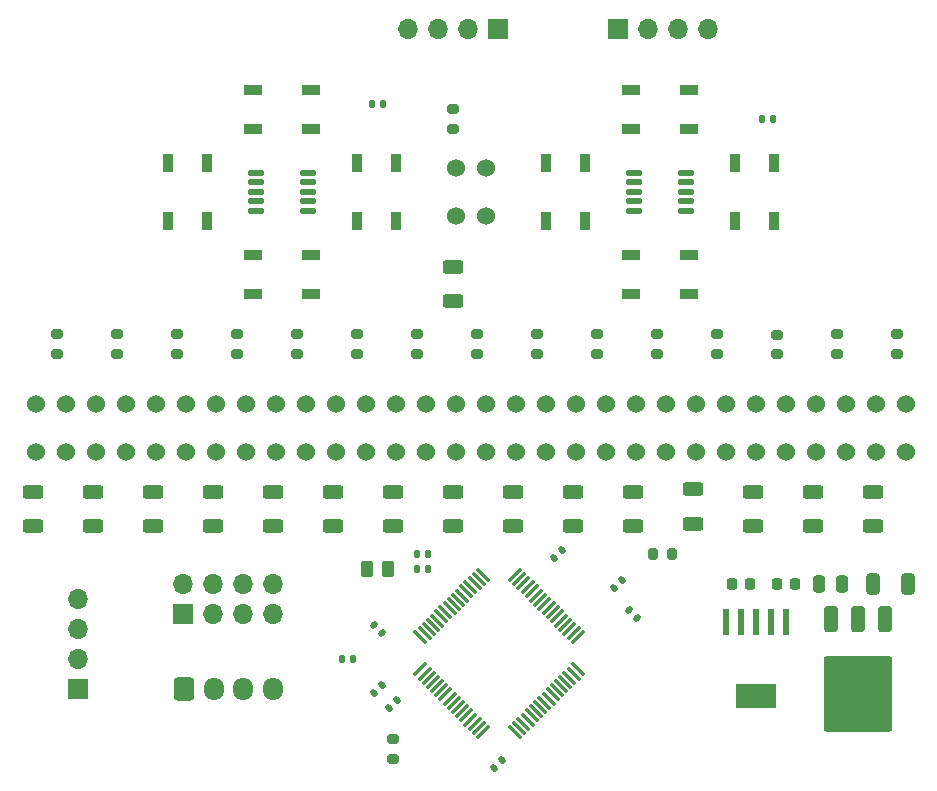
<source format=gbr>
%TF.GenerationSoftware,KiCad,Pcbnew,7.0.9*%
%TF.CreationDate,2024-05-07T12:38:31+09:00*%
%TF.ProjectId,04-line,30342d6c-696e-4652-9e6b-696361645f70,rev?*%
%TF.SameCoordinates,Original*%
%TF.FileFunction,Soldermask,Bot*%
%TF.FilePolarity,Negative*%
%FSLAX46Y46*%
G04 Gerber Fmt 4.6, Leading zero omitted, Abs format (unit mm)*
G04 Created by KiCad (PCBNEW 7.0.9) date 2024-05-07 12:38:31*
%MOMM*%
%LPD*%
G01*
G04 APERTURE LIST*
G04 Aperture macros list*
%AMRoundRect*
0 Rectangle with rounded corners*
0 $1 Rounding radius*
0 $2 $3 $4 $5 $6 $7 $8 $9 X,Y pos of 4 corners*
0 Add a 4 corners polygon primitive as box body*
4,1,4,$2,$3,$4,$5,$6,$7,$8,$9,$2,$3,0*
0 Add four circle primitives for the rounded corners*
1,1,$1+$1,$2,$3*
1,1,$1+$1,$4,$5*
1,1,$1+$1,$6,$7*
1,1,$1+$1,$8,$9*
0 Add four rect primitives between the rounded corners*
20,1,$1+$1,$2,$3,$4,$5,0*
20,1,$1+$1,$4,$5,$6,$7,0*
20,1,$1+$1,$6,$7,$8,$9,0*
20,1,$1+$1,$8,$9,$2,$3,0*%
G04 Aperture macros list end*
%ADD10R,1.700000X1.700000*%
%ADD11O,1.700000X1.700000*%
%ADD12RoundRect,0.250000X-0.600000X-0.725000X0.600000X-0.725000X0.600000X0.725000X-0.600000X0.725000X0*%
%ADD13O,1.700000X1.950000*%
%ADD14RoundRect,0.140000X-0.140000X-0.170000X0.140000X-0.170000X0.140000X0.170000X-0.140000X0.170000X0*%
%ADD15R,0.900000X1.500000*%
%ADD16C,1.524000*%
%ADD17RoundRect,0.200000X-0.200000X-0.275000X0.200000X-0.275000X0.200000X0.275000X-0.200000X0.275000X0*%
%ADD18RoundRect,0.200000X0.275000X-0.200000X0.275000X0.200000X-0.275000X0.200000X-0.275000X-0.200000X0*%
%ADD19RoundRect,0.125000X0.575000X0.125000X-0.575000X0.125000X-0.575000X-0.125000X0.575000X-0.125000X0*%
%ADD20RoundRect,0.250000X0.325000X0.650000X-0.325000X0.650000X-0.325000X-0.650000X0.325000X-0.650000X0*%
%ADD21RoundRect,0.250000X0.625000X-0.312500X0.625000X0.312500X-0.625000X0.312500X-0.625000X-0.312500X0*%
%ADD22RoundRect,0.250000X-0.250000X-0.475000X0.250000X-0.475000X0.250000X0.475000X-0.250000X0.475000X0*%
%ADD23R,1.500000X0.900000*%
%ADD24RoundRect,0.250000X-0.262500X-0.450000X0.262500X-0.450000X0.262500X0.450000X-0.262500X0.450000X0*%
%ADD25R,0.600000X2.200000*%
%ADD26R,3.450000X2.150000*%
%ADD27RoundRect,0.140000X0.021213X-0.219203X0.219203X-0.021213X-0.021213X0.219203X-0.219203X0.021213X0*%
%ADD28RoundRect,0.140000X0.219203X0.021213X0.021213X0.219203X-0.219203X-0.021213X-0.021213X-0.219203X0*%
%ADD29RoundRect,0.140000X-0.021213X0.219203X-0.219203X0.021213X0.021213X-0.219203X0.219203X-0.021213X0*%
%ADD30RoundRect,0.075000X-0.548008X0.441942X0.441942X-0.548008X0.548008X-0.441942X-0.441942X0.548008X0*%
%ADD31RoundRect,0.075000X-0.548008X-0.441942X-0.441942X-0.548008X0.548008X0.441942X0.441942X0.548008X0*%
%ADD32RoundRect,0.225000X0.225000X0.250000X-0.225000X0.250000X-0.225000X-0.250000X0.225000X-0.250000X0*%
%ADD33RoundRect,0.250000X-0.350000X0.850000X-0.350000X-0.850000X0.350000X-0.850000X0.350000X0.850000X0*%
%ADD34RoundRect,0.249997X-2.650003X2.950003X-2.650003X-2.950003X2.650003X-2.950003X2.650003X2.950003X0*%
%ADD35RoundRect,0.140000X0.140000X0.170000X-0.140000X0.170000X-0.140000X-0.170000X0.140000X-0.170000X0*%
%ADD36RoundRect,0.140000X-0.219203X-0.021213X-0.021213X-0.219203X0.219203X0.021213X0.021213X0.219203X0*%
%ADD37RoundRect,0.225000X-0.225000X-0.250000X0.225000X-0.250000X0.225000X0.250000X-0.225000X0.250000X0*%
%ADD38RoundRect,0.200000X-0.275000X0.200000X-0.275000X-0.200000X0.275000X-0.200000X0.275000X0.200000X0*%
G04 APERTURE END LIST*
D10*
%TO.C,J4*%
X60960000Y-125730000D03*
D11*
X60960000Y-123190000D03*
X63500000Y-125730000D03*
X63500000Y-123190000D03*
X66040000Y-125730000D03*
X66040000Y-123190000D03*
X68580000Y-125730000D03*
X68580000Y-123190000D03*
%TD*%
D10*
%TO.C,J1*%
X52070000Y-132080000D03*
D11*
X52070000Y-129540000D03*
X52070000Y-127000000D03*
X52070000Y-124460000D03*
%TD*%
D12*
%TO.C,J3*%
X61080000Y-132080000D03*
D13*
X63580000Y-132080000D03*
X66080000Y-132080000D03*
X68580000Y-132080000D03*
%TD*%
D10*
%TO.C,J5*%
X97800000Y-76200000D03*
D11*
X100340000Y-76200000D03*
X102880000Y-76200000D03*
X105420000Y-76200000D03*
%TD*%
D14*
%TO.C,C15*%
X80800000Y-121920000D03*
X81760000Y-121920000D03*
%TD*%
D15*
%TO.C,D6*%
X75750500Y-87550000D03*
X79050500Y-87550000D03*
X79050500Y-92450000D03*
X75750500Y-92450000D03*
%TD*%
D16*
%TO.C,U2*%
X81590500Y-107950000D03*
X79050500Y-107950000D03*
X81590500Y-112050000D03*
X79050500Y-112050000D03*
%TD*%
D17*
%TO.C,R26*%
X100775000Y-120650000D03*
X102425000Y-120650000D03*
%TD*%
D16*
%TO.C,U15*%
X106990500Y-107950000D03*
X104450500Y-107950000D03*
X106990500Y-112050000D03*
X104450500Y-112050000D03*
%TD*%
D14*
%TO.C,C16*%
X80800000Y-120650000D03*
X81760000Y-120650000D03*
%TD*%
D16*
%TO.C,U14*%
X101910500Y-107950000D03*
X99370500Y-107950000D03*
X101910500Y-112050000D03*
X99370500Y-112050000D03*
%TD*%
D18*
%TO.C,R9*%
X83820000Y-84645000D03*
X83820000Y-82995000D03*
%TD*%
D19*
%TO.C,U25*%
X71600500Y-88400000D03*
X71600500Y-89200000D03*
X71600500Y-90000000D03*
X71600500Y-90800000D03*
X71600500Y-91600000D03*
X67200500Y-91600000D03*
X67200500Y-90800000D03*
X67200500Y-90000000D03*
X67200500Y-89200000D03*
X67200500Y-88400000D03*
%TD*%
D16*
%TO.C,U7*%
X56190500Y-107950000D03*
X53650500Y-107950000D03*
X56190500Y-112050000D03*
X53650500Y-112050000D03*
%TD*%
D20*
%TO.C,C10*%
X122380000Y-123190000D03*
X119430000Y-123190000D03*
%TD*%
D21*
%TO.C,R14*%
X58420000Y-118302500D03*
X58420000Y-115377500D03*
%TD*%
D14*
%TO.C,C6*%
X110010000Y-83820000D03*
X110970000Y-83820000D03*
%TD*%
D10*
%TO.C,J2*%
X87630000Y-76200000D03*
D11*
X85090000Y-76200000D03*
X82550000Y-76200000D03*
X80010000Y-76200000D03*
%TD*%
D21*
%TO.C,R30*%
X99060000Y-118302500D03*
X99060000Y-115377500D03*
%TD*%
D18*
%TO.C,R25*%
X121475000Y-103695000D03*
X121475000Y-102045000D03*
%TD*%
D16*
%TO.C,U4*%
X71430500Y-107950000D03*
X68890500Y-107950000D03*
X71430500Y-112050000D03*
X68890500Y-112050000D03*
%TD*%
D18*
%TO.C,R4*%
X65595000Y-103695000D03*
X65595000Y-102045000D03*
%TD*%
D21*
%TO.C,R10*%
X78740000Y-118302500D03*
X78740000Y-115377500D03*
%TD*%
%TO.C,R34*%
X119380000Y-118302500D03*
X119380000Y-115377500D03*
%TD*%
D18*
%TO.C,R24*%
X116395000Y-103695000D03*
X116395000Y-102045000D03*
%TD*%
D21*
%TO.C,R12*%
X68580000Y-118302500D03*
X68580000Y-115377500D03*
%TD*%
D18*
%TO.C,R7*%
X50355000Y-103695000D03*
X50355000Y-102045000D03*
%TD*%
%TO.C,R21*%
X101155000Y-103695000D03*
X101155000Y-102045000D03*
%TD*%
D21*
%TO.C,R33*%
X114300000Y-118302500D03*
X114300000Y-115377500D03*
%TD*%
%TO.C,R17*%
X83820000Y-118302500D03*
X83820000Y-115377500D03*
%TD*%
D18*
%TO.C,R23*%
X111315000Y-103755000D03*
X111315000Y-102105000D03*
%TD*%
D21*
%TO.C,R11*%
X73660000Y-118302500D03*
X73660000Y-115377500D03*
%TD*%
%TO.C,R18*%
X83820000Y-99252500D03*
X83820000Y-96327500D03*
%TD*%
%TO.C,R16*%
X48260000Y-118302500D03*
X48260000Y-115377500D03*
%TD*%
%TO.C,R32*%
X109220000Y-118302500D03*
X109220000Y-115377500D03*
%TD*%
D18*
%TO.C,R3*%
X70675000Y-103695000D03*
X70675000Y-102045000D03*
%TD*%
D22*
%TO.C,C9*%
X114875000Y-123190000D03*
X116775000Y-123190000D03*
%TD*%
D16*
%TO.C,U5*%
X66350500Y-107950000D03*
X63810500Y-107950000D03*
X66350500Y-112050000D03*
X63810500Y-112050000D03*
%TD*%
D23*
%TO.C,D5*%
X71850500Y-95350000D03*
X71850500Y-98650000D03*
X66950500Y-98650000D03*
X66950500Y-95350000D03*
%TD*%
D24*
%TO.C,FB1*%
X76557500Y-121920000D03*
X78382500Y-121920000D03*
%TD*%
D23*
%TO.C,D3*%
X103850500Y-81350000D03*
X103850500Y-84650000D03*
X98950500Y-84650000D03*
X98950500Y-81350000D03*
%TD*%
D15*
%TO.C,D8*%
X63050500Y-92450000D03*
X59750500Y-92450000D03*
X59750500Y-87550000D03*
X63050500Y-87550000D03*
%TD*%
D25*
%TO.C,U27*%
X106935000Y-126402500D03*
X108205000Y-126402500D03*
X109475000Y-126402500D03*
X110745000Y-126402500D03*
X112015000Y-126402500D03*
D26*
X109475000Y-132702500D03*
%TD*%
D27*
%TO.C,C4*%
X77130589Y-132419411D03*
X77809411Y-131740589D03*
%TD*%
D28*
%TO.C,C5*%
X77809411Y-127339411D03*
X77130589Y-126660589D03*
%TD*%
D29*
%TO.C,C12*%
X93049411Y-120310589D03*
X92370589Y-120989411D03*
%TD*%
D21*
%TO.C,R31*%
X104140000Y-118110000D03*
X104140000Y-115185000D03*
%TD*%
%TO.C,R28*%
X88900000Y-118302500D03*
X88900000Y-115377500D03*
%TD*%
D16*
%TO.C,U16*%
X112070500Y-107950000D03*
X109530500Y-107950000D03*
X112070500Y-112050000D03*
X109530500Y-112050000D03*
%TD*%
D18*
%TO.C,R22*%
X106235000Y-103695000D03*
X106235000Y-102045000D03*
%TD*%
D30*
%TO.C,U24*%
X81083678Y-127707106D03*
X81437231Y-127353553D03*
X81790784Y-127000000D03*
X82144338Y-126646446D03*
X82497891Y-126292893D03*
X82851445Y-125939339D03*
X83204998Y-125585786D03*
X83558551Y-125232233D03*
X83912105Y-124878679D03*
X84265658Y-124525126D03*
X84619211Y-124171573D03*
X84972765Y-123818019D03*
X85326318Y-123464466D03*
X85679872Y-123110912D03*
X86033425Y-122757359D03*
X86386978Y-122403806D03*
D31*
X89109340Y-122403806D03*
X89462893Y-122757359D03*
X89816446Y-123110912D03*
X90170000Y-123464466D03*
X90523553Y-123818019D03*
X90877107Y-124171573D03*
X91230660Y-124525126D03*
X91584213Y-124878679D03*
X91937767Y-125232233D03*
X92291320Y-125585786D03*
X92644873Y-125939339D03*
X92998427Y-126292893D03*
X93351980Y-126646446D03*
X93705534Y-127000000D03*
X94059087Y-127353553D03*
X94412640Y-127707106D03*
D30*
X94412640Y-130429468D03*
X94059087Y-130783021D03*
X93705534Y-131136574D03*
X93351980Y-131490128D03*
X92998427Y-131843681D03*
X92644873Y-132197235D03*
X92291320Y-132550788D03*
X91937767Y-132904341D03*
X91584213Y-133257895D03*
X91230660Y-133611448D03*
X90877107Y-133965001D03*
X90523553Y-134318555D03*
X90170000Y-134672108D03*
X89816446Y-135025662D03*
X89462893Y-135379215D03*
X89109340Y-135732768D03*
D31*
X86386978Y-135732768D03*
X86033425Y-135379215D03*
X85679872Y-135025662D03*
X85326318Y-134672108D03*
X84972765Y-134318555D03*
X84619211Y-133965001D03*
X84265658Y-133611448D03*
X83912105Y-133257895D03*
X83558551Y-132904341D03*
X83204998Y-132550788D03*
X82851445Y-132197235D03*
X82497891Y-131843681D03*
X82144338Y-131490128D03*
X81790784Y-131136574D03*
X81437231Y-130783021D03*
X81083678Y-130429468D03*
%TD*%
D32*
%TO.C,C8*%
X112790000Y-123190000D03*
X111240000Y-123190000D03*
%TD*%
D16*
%TO.C,U17*%
X117150500Y-107950000D03*
X114610500Y-107950000D03*
X117150500Y-112050000D03*
X114610500Y-112050000D03*
%TD*%
D15*
%TO.C,D4*%
X95050500Y-92450000D03*
X91750500Y-92450000D03*
X91750500Y-87550000D03*
X95050500Y-87550000D03*
%TD*%
D29*
%TO.C,C14*%
X79079411Y-133010589D03*
X78400589Y-133689411D03*
%TD*%
D16*
%TO.C,U8*%
X51110500Y-107950000D03*
X48570500Y-107950000D03*
X51110500Y-112050000D03*
X48570500Y-112050000D03*
%TD*%
D18*
%TO.C,R8*%
X85915000Y-103695000D03*
X85915000Y-102045000D03*
%TD*%
D27*
%TO.C,C2*%
X97450589Y-123529411D03*
X98129411Y-122850589D03*
%TD*%
D21*
%TO.C,R29*%
X93980000Y-118302500D03*
X93980000Y-115377500D03*
%TD*%
D18*
%TO.C,R20*%
X96075000Y-103695000D03*
X96075000Y-102045000D03*
%TD*%
D16*
%TO.C,U12*%
X91750500Y-107950000D03*
X89210500Y-107950000D03*
X91750500Y-112050000D03*
X89210500Y-112050000D03*
%TD*%
D14*
%TO.C,C3*%
X76990000Y-82550000D03*
X77950000Y-82550000D03*
%TD*%
D18*
%TO.C,R5*%
X60515000Y-103695000D03*
X60515000Y-102045000D03*
%TD*%
D33*
%TO.C,U28*%
X115830000Y-126185000D03*
X118110000Y-126185000D03*
D34*
X118110000Y-132485000D03*
D33*
X120390000Y-126185000D03*
%TD*%
D35*
%TO.C,C1*%
X75410000Y-129540000D03*
X74450000Y-129540000D03*
%TD*%
D18*
%TO.C,R19*%
X90995000Y-103695000D03*
X90995000Y-102045000D03*
%TD*%
D27*
%TO.C,C13*%
X87290589Y-138769411D03*
X87969411Y-138090589D03*
%TD*%
D18*
%TO.C,R1*%
X80835000Y-103695000D03*
X80835000Y-102045000D03*
%TD*%
D21*
%TO.C,R13*%
X63500000Y-118302500D03*
X63500000Y-115377500D03*
%TD*%
D16*
%TO.C,U3*%
X76510500Y-107950000D03*
X73970500Y-107950000D03*
X76510500Y-112050000D03*
X73970500Y-112050000D03*
%TD*%
D19*
%TO.C,U26*%
X103600500Y-88400000D03*
X103600500Y-89200000D03*
X103600500Y-90000000D03*
X103600500Y-90800000D03*
X103600500Y-91600000D03*
X99200500Y-91600000D03*
X99200500Y-90800000D03*
X99200500Y-90000000D03*
X99200500Y-89200000D03*
X99200500Y-88400000D03*
%TD*%
D16*
%TO.C,U9*%
X86670500Y-107950000D03*
X84130500Y-107950000D03*
X86670500Y-112050000D03*
X84130500Y-112050000D03*
%TD*%
%TO.C,U18*%
X122230500Y-107950000D03*
X119690500Y-107950000D03*
X122230500Y-112050000D03*
X119690500Y-112050000D03*
%TD*%
D15*
%TO.C,D2*%
X107750500Y-87550000D03*
X111050500Y-87550000D03*
X111050500Y-92450000D03*
X107750500Y-92450000D03*
%TD*%
D16*
%TO.C,U6*%
X61270500Y-107950000D03*
X58730500Y-107950000D03*
X61270500Y-112050000D03*
X58730500Y-112050000D03*
%TD*%
D36*
%TO.C,C11*%
X98720589Y-125390589D03*
X99399411Y-126069411D03*
%TD*%
D16*
%TO.C,U10*%
X86670500Y-87950000D03*
X84130500Y-87950000D03*
X86670500Y-92050000D03*
X84130500Y-92050000D03*
%TD*%
D23*
%TO.C,D7*%
X66950500Y-84650000D03*
X66950500Y-81350000D03*
X71850500Y-81350000D03*
X71850500Y-84650000D03*
%TD*%
D37*
%TO.C,C7*%
X107430000Y-123190000D03*
X108980000Y-123190000D03*
%TD*%
D38*
%TO.C,R37*%
X78740000Y-136335000D03*
X78740000Y-137985000D03*
%TD*%
D18*
%TO.C,R6*%
X55435000Y-103695000D03*
X55435000Y-102045000D03*
%TD*%
D23*
%TO.C,D1*%
X103850500Y-95350000D03*
X103850500Y-98650000D03*
X98950500Y-98650000D03*
X98950500Y-95350000D03*
%TD*%
D21*
%TO.C,R15*%
X53340000Y-118302500D03*
X53340000Y-115377500D03*
%TD*%
D16*
%TO.C,U13*%
X96830500Y-107950000D03*
X94290500Y-107950000D03*
X96830500Y-112050000D03*
X94290500Y-112050000D03*
%TD*%
D18*
%TO.C,R2*%
X75755000Y-103695000D03*
X75755000Y-102045000D03*
%TD*%
M02*

</source>
